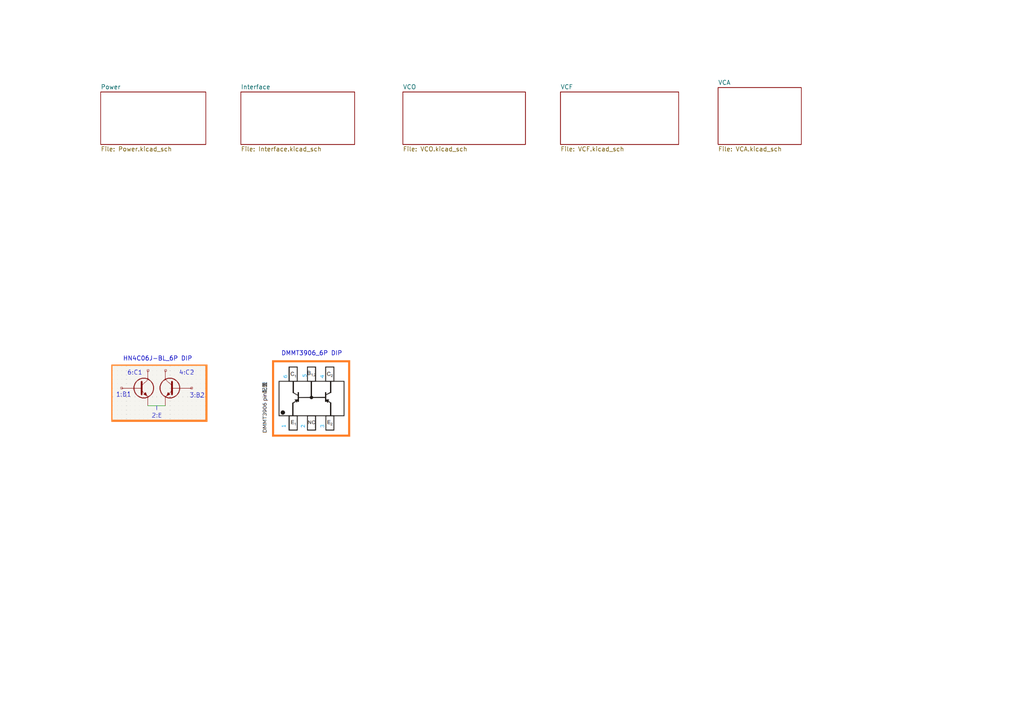
<source format=kicad_sch>
(kicad_sch
	(version 20231120)
	(generator "eeschema")
	(generator_version "8.0")
	(uuid "9f46303d-d943-4531-8552-3d499521569d")
	(paper "A4")
	(lib_symbols)
	(image
		(at 88.9 115.57)
		(scale 0.451111)
		(uuid "ae4eb0bd-c0a0-4a13-99e1-c094d409e7bd")
		(data "iVBORw0KGgoAAAANSUhEUgAAAOAAAADACAIAAACS4/iAAAAAA3NCSVQICAjb4U/gAAAACXBIWXMA"
			"AA50AAAOdAFrJLPWAAAdQElEQVR4nO2dd1xTV//HvzcgQUFBiyAVENtcihQUK9pKHgc48MZqceGk"
			"1KqJojZpraNKHY9obXEkorXBVWvVqrWi1qSte4T2ca8fWpKKUhEQWQrISu7vj0AYZhCS3NzE837l"
			"FW7uOh9OPjn37IORJAkIBF1hWFsAAqEPZFAErUEGRdAaZFAErXG04L2XB1rw5gg7Y/k9rbtRCoqg"
			"NcigCFqDDIqgNcigCFpjyUJSE3TkghGvKM0rQ6MUFEFrkEERtAYZFEFrkEERtAYZFEFrkEERtAYZ"
			"FEFrkEERtAYZFEFrKGxJooRF8+dduXTJlDucPHfBRA1TJsTk5uS0+PI+7723+uskUwQkCzccOfyL"
			"KXfYtXdf584+ptzBXNibQR9nZysUcutqePDgwaN/s1p8ua+fn4kCnuQ/MTESaqprTNRgLuzNoBou"
			"/GVcOpqXmzs2eqQZBWzYuCmsTx+jLiEGR5aWlppLwMgPoud/sdjYq/q9Z5xmS2OfBnV1dfX1NS4d"
			"auXYyrwafHx9jdXg4+t77+5d8wnwM1YAADCZzMrKSnNpMB1USELQGmRQBK1BBkXQGmRQBK1BBkXQ"
			"GmRQBK2xz2omOnD18qWS4mLAMAbT3Sewe4Cns7UV2STIoJaABIC1a7f4v+XjDGRNef6jbEbvhTu/"
			"5fZobW1lNserYdAX2VdPn7mRWaB0Y707dEgPLycKwmR0GrT+1+TujgCgzD3EG5Gw/vjYXWM7UBCy"
			"dl5kXzl79lpmYY3bm32HDO7pSUUcmAG7z4Oqnl78ZtJ/BswU/Xr17v/9uS9hwsD3V/yRq6JUg0OH"
			"N7q6g0qpojZYDar8tLVjB0Z+nHz88t//l7Z/6ZjBIxNOUhwHLcXOU1BV7i8Jc3dUx/50UhDmxgCA"
			"Z1e+Hhe3aEXvsM2cDpb9cZLPMw5vFl1ggKryye3fTnvM3DjcwyrJgSrv8CL+zuopey7MrY2DS2vH"
			"T1y88t1eySPa0z6Bsm+DKh/88v1Zl3E/zFZ/MwDQLmxW4rK2972Ulg+8uiRLnlGEAVlZlFvy7NmN"
			"q4rS3qGulg+3CcrMwz+cdhm7b2Z9HPTh/jexbaY3XTos6cW+DVqZfivDqTs3mNlgX7veMfG9KQgb"
			"69CbL1TnQUFVKF0QNXvVj1EHZ3YFAFCVyG/lenZ/y02TgFXk3Lp0q7TMAr00qu7cznAKmR7SOA4m"
			"8qiIAzNA+yTeJFTlL6rauLZ1sLYOhltQgI/qae4TAABV8Y2t8XELD/+ryQS+uLQulrvjyr9VpXkA"
			"8MK8q1oo1XFgqymRfRu0VceO7qX5+RWNdpY9yc43MaUSldRvKwBEJSB9+SRVVWnh04KCpwVPHl47"
			"JPr59mu9+70NUPmncN6Pz719sPoTlfn5TiOWff3Z9A6eHgBQYt7SSyvPju7PnzaJg/In2U/VcVCR"
			"e/PciRMyeSFNH/j2bVBmT3ZYq2snzxXUf+eqnMMLB0cslJTVfiz5+2aG0ZYQHC1Ub0gB8GNl6UcL"
			"U3eXYBcamUD16MiknsG9ugeH9R44baMieNF3iyNcAZh9P9u+dmZYw9KJg9/wuR+GMaGqqqQQANzN"
			"+50w3+nby+n6qdMN4yD38KdE5GfSsvIrSZNnb7uSff+PlZN4+x9SkDE3Gls1qBSAlwW8LFDoPc19"
			"2MyJXqe+mvdtWnYFAFTlXNzy+dq/fCbFRroAgKr42vY5kxanZhmfZlWr/3B2l8j9K8WxbcSxTAlo"
			"PIoBwL7DRx5k5z7Izs18mHn94tH103vrc56q8PLmGY+ftwYAZ0z3adpg39af+LWP4k7xPL1ywXcX"
			"H1cAQFWuLHnh+j87T5wa4Zyf7zRy8dp5H/GWzO5z/+zVCr33sQ62lDVh366RhTgCgKgEBEdLhO4V"
			"AIDfdJWMcCF0XdM6TJCy4cW8ZVPD17dp71xRVNauV2xSyue9nAEqZcnzDyi9fY30QxMqWCFe6i2i"
			"nzPszoN+xjdpqrKlX8zc5Ty7s0/WP/eeGDy9YQYDANJuFIj8ajXw3bSc3zrs8y3ryhesmNJfHQfl"
			"7d6ZvGHLvDBnByD4cQBQ9c/POy+xhvLo2M5lSwZNu1EAIV4AIDhaSA5wAL/XAICfVYbtLiFjtX0z"
			"AADg5D9y2aHh83Lk9x+Xt/J8E/d1q/2fmWz+Vnbp/qlnH1IjXws16d/Gf+s2//1Lyw499uy5NSfr"
			"IQA8NZQbFBwt5Dbek16X5YBYrU1VTl1GJO7nLMpVKB6XO3V8I0ATBwCqokubF6y80nvVxtGd6fg4"
			"tSWDNqAa/Oq+CT83gDwAnQYFAAAHV+/A7t7mVNAkxwmgrZykC9cJYgkAAHTpHeL/yGOY6JICAGDY"
			"4Ih7d+96GPpO5KGAFzuQ/WorjlJ2l4hj2xgO1MG101uhnRrtUj2WLJy7w5m3ZftQH5o6gY4/Gl1w"
			"X3q6WQt5aCu5e7ncvVweWj/ULuNYicTfyBs5dp3I/aC9kRexQjrI3ZXYBQBwBlDnKJwbbDeb8hPr"
			"Ew7llKbv/HT8xHET1px4ZqQQKqDp70Yr4lg39u7C9AEduP7Ay4JoP8goAcGtCqNtYTKsEC1PUv4I"
			"F0MJ+UswPTyYhs/SKkB+uxC7AGQLsrwa2kStvXa/5ZdTgi0ZFMBZNlIpOp+XXux850HeHXAOBqXE"
			"v5ro59XiO7qO33nUbPIojUyNR+0b2zIogJsLfwQToAZKHAEA3JhGP9fsCLVH5f7W1mFJbM2gAACO"
			"AI7GPkvtFVZIB5a1NVgUWyokIV5BkEERtAYZFEFrkEERtAYZFEFrMJI0b//YBjRZjFHvWp2/SSWb"
			"RELTw3yQeV89xaZza+O6PtRUV9fU1ABAcEh3EzX8fe9udXV1CzRUvHgBAK5t2/r7dzVFwOPs7MLC"
			"ghYI0GjAA95iMlvUhNCYr9eufzs4WPux5tmDLtVMRYWFd27fMuMN1RHdAswoo2UaSp8/N5eGFkeC"
			"PONvswgoLy8z8Q50MagaHx/fnbt/NOUOebm5FRU6+zVOnxqn3ti2c5euc7r4+5siAAAePfpXWaO9"
			"829zBLRu3drTq+VtYwBQUFBQ+vy5/nP0K3m9c+dWrUya0XfKxPF5ubmm3EGNYYPypCAmDOwxF3hA"
			"AB7wlml3aNblg4dGmRKK6RosK8CYky2kBMcDLGhQtqi2o7qMz0rhYGKSFDXoua7eY3rYCIRBtBs0"
			"TYCTEi7GSQF+rREFOFvCBU4KSLhar0AgLILuaiZC3PhzGiGW1b0jEBSh06Bskf7haAgEFeg06C6I"
			"g7phDEYMZkAgzIpOg7L4MgDIYPM07wgE9Rh4xPNl8zXv6kc+evAjqMTAIx5A3R2WFQ4Qxxap36lR"
			"hkCAnop6Fl8Ggvo5DWRydUO5EAAwoyqCEQgT0GlQXuOSkQj4DT4JLCUHgWiMdoPKheGQwZ4vDNfs"
			"CUhia7ZRXT2CMrQbVF2EV0NKuACA6ucRVkG7QRsV1QmxZtygumgfM5zFt++hhAjaoN2gOFukeYyn"
			"AJCy2gyoLCBJkXEHx4FPogQVQQU6CklpAjGpnt4KUjAOaEpIhJhFQMPSPQJhUfT0B7VMl08Ewhia"
			"1aO+SceRcF3nIRDmRnc1U6PtuIZHWXIzjG5DIJqDjkJSegKpqasPeKk8JAcxKsUjKEFHW3wKRwGQ"
			"wsGiM9jRGewUDja/8Tu1IhGvLjo7iySxRQCQkR6TkR4jDK+tum/4jkBQgM5CUtCuAMAB5g8PYAEB"
			"w6nUhEBo0JmCDj+eCgDDjycBL4nNk6NuoAiroKdHvTgcIC49OhGi4U6iujMomydVv1MpkWL8O3dS"
			"v6wtpOXo/xceZGZ+Ej+TYkktRvsjXt1BRCYXAmQAAEAMAAAIATJgvnqnbVfjz42fuWhJQufOPtYW"
			"Qil5ubkbhet/2rtHqaTjqoda0ZEHVY85ZvEBQAEgb3LQwposR+ajnBN//J64YtmxI6l//Cblzoqf"
			"NXtOmzYu1tZlcUqKi7ds3rRzx7bKigoA8O/adc4ngg9GjTZxfhsKMNCSxJNCSqIoPC294QxlBCnW"
			"eQG9wTBsaNSwAQMjvt++baNwfbJww/59exctTogePYbBsM+ZKMvLy3Zu3yb+dvOzZ88AgIUHzBV8"
			"+v6IkQ4OVl+kvFkYMGgKByMlXMCDgBVAjSAKYDKZvPjZo8fFrPtmzU9793zGn7tr546lK1b2Cguz"
			"tjQz88P3O5OF6/Pz8wGgW1DQJ4LPogiObf0Um9EW33SKETuhY8eOa5LWxcZNXbl86V9/po354P0P"
			"okctXJxgbV3mZOmSLwCge4/QTwSfDhoyFMNsrxuagR8T195nbXg7OHjfwUPfbdvh6+d3JPVwRH+7"
			"aiTrFdZ71559R45LBw+NskV3gsEUNEgu4WA8obxRImpn3ekxDBtGcCIiB+3cvjVZuKHS2nrMyM+p"
			"R23UlxoMGDQdT+RCWjp+p9Fee+xOz2QyZ8bPGT02pk9PU6cAbw4Zf98LeCvQ8HmmYevuBIMGFZN2"
			"lScziKenp4XuXFRYuOSLhZqP7w8bmrxFHDXMdqvsKEK7QUWK2ue4SKElBu3sEU8BFRUVH8dNuX7t"
			"mmZPVVVVPHf6jz8d6BtuV7les6PdoAdwtnpYXDquLfrs8RH/MgqFnFSpVCqVUqlSqVSk+oNKpVKq"
			"VNq2SfWZpGZbqSJrL8rLy23oTjVKpXIe/5OPpk1XqZSqBiEoVUpV3W2UKqUmKPVdVdrQHFCfbJXo"
			"shDaDSqTq9s2X7lHfEMGD+hn6SAeP85evXKFpUOxaXTkQVmaiW4IKUBqXVXTfAJence7WRYKUqNS"
			"qdQrJzUBwzAnJydzhaKhstJ+qiIMFJJEChDgPGF4ivojniiUy16VLOjf9x+a61Y1NTXR73NeXv3o"
			"4OEjYb37mCsUDTbdFasJBgwqwNmkJBiI2u4iw0VxOLt+HgdEM3F0dFy7QTT1w8k5jx9rds6aPdcS"
			"7rQzDDZ1pgFRXySqm5MRGdRoArt1O3Hm/L49PyrkGZ07+/j4+o4aM9baomwAAwYNB1CAfeY7T586"
			"eemvv6qrq4qLi4uKioqLCouKijLv37dciK6urjN4lPYU5s+Z9aL8RZGawsLy8vJpM2Z8vvALKjWY"
			"iAGDxkiEOFsk3NUoydRM42DTudFu3YLiuTMqKlq4mqVNcOTw4YYfmUzncPZ/rCWmZRhq6uQc4EJa"
			"On5As4fbsHLUlitEvV9/fc3adYI58QAAGAYYA0gV2OUKehgDSBKA9PDweLevjc0L80o3dUaPGv2n"
			"7OL+fXuBJIGBgYpkMpn2VEdTCwbqH97Y8eNtpZ+yBoOFJLttLCZJ8jep5NzZM46tWtVUV4OyBgAm"
			"x364Y9tWa0szG23btn3+/DnUtS3t2f1DYGC3YZzhNtSJxJY6V5uRhw8eTI2dPGvGtNycnK5d32jj"
			"UjssiTsz3rrCzIswebNm29HR8Wl+/izu9Kmxk7Memq2K19K8cgatqKgQrls7JKL/2TOnMQybwxcc"
			"//3Exk3fAsDYmPGdvL0fZOeqX9ZW2nI0/8KgIUP5n80DAAzDNn0n/vCjjxkMxtkzp4dE9E8WCW0i"
			"M/NqGfTM6VNDIwcI16+tqqrq4u//c+qxzxcscnJyGjw0asy4mI8+nm5tgeaH/+m8ceMntHNzGzJ0"
			"2H9Xrf799NmIyEGVlZXrvllDDIlMk120tkADNGt+UE1zvE23xTdsAJwc++GSpcsaDjhekbjaxcUO"
			"xx8zGIw1SesGRkSqi0c4HrBz957z585+OGnC/X/+mRQz9vdTZ94K7GZtmToxvNqxSAEcjBeUiAUl"
			"YjhbZAdDlHbu3rNqzTdNhsO7urraUNHBKBwcHIaPGNlwT/8BAzXbdHYn6DFomqB2PTkBziYlwJfJ"
			"+TI5mZDOwWx+YdmIyEHWloBoLs15xDdojifEABiAfQ5ERtAQnSkot0GTJgJhLXQaVExKDuBsnhS4"
			"XOBJQQogUgDGk6J1EBFUom8ZGpk8QxSHpadx76Rgd4AbDHck3DRCbI+t1Qi6ojcPyuLzZcMB5KAI"
			"AgBgRdtxyyeCnhgoJEmBlaFgqX0ZgOyJoBydBlUA4DxpeEpqMNROK3IAgjncaLmYsN26eoTNodOg"
			"OFskCRYQciGwomt3KTKkSRycLURjkhCUofsRnyYgZI3LQyyCEPMBQ2OSENTxanUWQdgcOg0qDAe2"
			"SCEFUNS9pABskUJoY0MGELaNzkc8XyYP4OGpGPdOeFAaQDhAcFp6AjeFkMl1XYJAmB091UwsQkwS"
			"YikoMkCeDngQsKJRKzyCYgzWgxIZQAAOASzA7XSAPILO6DMoVlcPegcAIDgtPEi4i2/TY+ERNodO"
			"g2I8qQQ4tfWgigws7gCZAGycHUDKqGxPKikuPvHH7xfOn3377ZABERE0712LMDu6U9AUDqGZxYBF"
			"QJoACJlMLsIwHknJQl4VL15s35ayZfOm0ufPAeDI4cOrE/8bPXrMosUJnby9KRCAoAPNGpNUD4tP"
			"WYfl5UsTftq7p8nO1F8O3bh+7fjvJ+1y/BDiZfR1WOZJa2tAeVKguPbzzu3bL7tTzYPMTOG6JGrl"
			"IKyGzhRUTEp4GIaHCwEgPE0gkwvV++WU1NT/Jj2u5+iF8+co0ICgA3qaOgkxKSET0smEdJlcqJkU"
			"nMWnYsIw2cULeo4q5PLLl/5HgQyE1dGXB1UAAURt5zr1otyUVYVGRAy6fvWqrqOB3YJ693mXEiEI"
			"K6MzBZUC4GxRHFukHiCPs0WpGA9nUzSQbvDQKD1Hw/9jY5NcIlqMToNyMJ485oBsFySk4zwpSIIF"
			"YjJaHnMAZ4sokBX09tuTpsRqPfTGm28KPptHgQYEHdDziE9h8UkAIMR8DoaJSRIAWHyCsjnql65Y"
			"2aWL/+bkjc+elWh2jo0Zv2DR4iaTgiDsmGbVg1qli52zszMvfvaEyVPOnDp57uyZ4JDu/QcOxPEA"
			"K0hBWA99BpXWjZLj13Wxo34mBzc3t+jRY6JHj6E8ZAQt0GlQuTD8OJtHyNSNRrVl9yS2yKITN5w5"
			"fWrgf/qacoen+fkVFRX6z2F18dFz1MfX1xQBAJCbk1NTU9Piy52dnT06djRFAEmS2Y8eNfNkrbHR"
			"ydvb0dHIVsbGPMjMNOVyDboNypfx+U1TTLEsAMCyEzeY6x/Tg373UCBAP6WlpaWlpZQFpzU2Hv37"
			"L2UC9KPToBztnUIs1ZMpctDgfQcPmX6frxJX3rp5AwC+XG7cIq2FBYWbk0UAYLqMT2bPyn/yZNz4"
			"CYHdjOt7tXL5MgAI7fnOwsVLTBGgVCqnTIgB4yNBo0GYvNmrkxnWUzS995m+UjyV/ee9OnUyS4y4"
			"u7sDgKur67QZxk0TmZuTozao6Qu4M5nOABAzYaKxrQkH9/907+7d9u3bm6hBnSi6uLgYGwkA8M1X"
			"qysrK3u+06uLv78pGswFGtWJoDX6MsK6mo1emfWOEdZHn0F3QZyOIza8wBzCttBnUGo6LiEQekB5"
			"UASt0dejHoGwOvqmAKdSBwKhFT3DjgFA+6JIpNiGJrJV5t08eyevplHzl4Nn8MCenWxs2V8TUObe"
			"OnfrSeM4YHh2HxDqTf840GlQbgrnTnh4QkKwNjPakEEr/0yeMf9Sp4DXXetX6XJ679Pwnp1aWzhk"
			"VbEsZcU1n7h4jr/aBzXy1E2n2k3iRnoyAACUT2/8uuenUzeynjt26s75+OMPgi2lpCrtWy7/sneg"
			"t0vDOPi8b6i3pePAdPQNmlOIEpM4kCicn8Bn2ZAlXwJ7bdiqX76JYFIcLFl64+jW9Zn33IN+jPV3"
			"AADlv+cPpHpHTY/0ZEBN5r65E1dnhcVOHPmeS+H1n1ePPZ3xvdJyYhgeQ1f++tVAquPAdPQNmmPx"
			"ZWIyehfEpWI89VSMCOPAWvu0/3vj0r1ZTaynyv/1q1Xp/YR7Ny2YMip61LQVWzePrzrwfVnLu0DZ"
			"LQa7VBEsPhHNl6ZgeKKAS1Ayp4jZqc6/m3beoVXtJ8yhY+C73TpSUsHG7Dl7ufPGhBX7B6RM8qvf"
			"/SLtZFrbyG393Op2tOmzVHLJYXhUxGNLKal+evfiRUZ9HHgE9g2kJg5Mw+DsdpAoUoAgVcIFYn4Q"
			"NZrMDfns8verHrSuy39hrQckHFg+2JmSsLF2gxYsPRm9ZOkv/bdr1nNVFeXlV3bq6dsw8tWLEVsM"
			"VcnlXSsaxkH/JalfDqImDkxCp0HrrJmUwE0h5EJg2e76XdhrnK+Pa8+Dqkoybj7x6oG7WS4tcfCI"
			"+nKJlFi+/FCfCbW7GG1c2mDlZaUURinDg1hz4uU8aEXOjcu3njh2Desd0MGk/skWQ9+ozjQBHiwM"
			"So0meXI+Twqal72gKrmeIpi84EiWyrLhMDpGLfnyvZurV/1eUGvJdqEhXTOvXy2oD/iZ9Ithkwoq"
			"KE0FXlz+eurMrdey759aPmHOvocWLKKZgM6fjTA8BQDggABA0PQYYWOpKVlTVlzwtP5fxRxbt3N3"
			"uLRh4UFlJ18q1ohneI1YvOT4SP6vhYHBAACOgeOmhO3d9OXBnknjurVjVGb9sSbpuGpIe6cci0kg"
			"a8qKCgrq44Dh4FSczxz+5fopYcyqoEcjd1ypnNiljcWCbzH65qinUoclIfP2T393f4MdDL+4/RdW"
			"hM/7Lrz04LTTD6nQwPAauWKR5K8FtYE5+E7esDbnk4RRYRs8vZyKcso6j1y26dOt8X9YKnxV7kFu"
			"6MGGgvym7Tm7agoToOqfw9svvRE1i54ZUn1z1FOnwoK0id52P9rwaRbAwWf2sTv1Hxneo1Jujar/"
			"6DVwwf7zs/PuZ+ZWuXR+s6sHE2CrhZS0Hv2dYrTWI6rC/4nnrbjW56u1YzvTs0ivb4ZlXYdsqqnT"
			"zChe+uHyskDsp/1kgzBcvFjBXi2TAXVKWjxtlir7eEL8dud48ZYoX3qWkMB2mzqxCxVkP0ofSgoA"
			"/EIFFCvD/ZkJIY6aKEg5lyeObYnJWowUgHOsLBwA/JmyEEf8WBm3uCbF3VE+wsUYj5adWrv48GOv"
			"0G2C2G3QKpS3acnQdpaS3HLo3tSpc6qIByVgBoO6jtv+WzNPxY+VSdxLiR7O0oelnN3Oklg3a8UJ"
			"Z3eJPFTJ8mNKbxXwsrwk7qXECLf5t8vxY0COaP6kQC5DNty8a0GZ5kFP0k6w+ISYL1WI4pKwYGvZ"
			"FD9WRnmYOiguJUZ4AQDh50Z2KcF2l1jPoxWsEC8AIPq5cHbXpt+sEGe4kQdgb7NWGcwZEyy+LJqM"
			"ThPgiZjRY1hNh+xRA8WlZI+aJi/qlTTCz40cAJzdJYbPtDBCd2srsDAGDKpenzMRS5VwQSa3RlOn"
			"n1vte5OXNWhUbPRzk4cqsQsGptmxtBL+iNfUG9RPm0UN+iawZYsUiRgvIR2XyYMIMamZBZxiyAFa"
			"8ppad1oUeWirjGONkkxWSAcJlFA/NqaxktpMWtKxMok/5VIsj76pbwBSuEJhagCZKgdoUG1PdS2T"
			"1vSS8kSUFdKBH9I0a0H08yL6UZ2IalUiHuEAQGllAjW8Ek2d5kNrdFmlCeZlJfRsCTKVV6GpE2HD"
			"GGjqVAAcV0C6HIJwGM6yk9ZPhA2hrxQvUgDOFqXj7KBELB1n42wRRWt8IBB16ExBFQACnE1KgoFI"
			"AMAB5GJpKoaz+aQNzIdTWlpKDIk06pLcnFzzahg36oNuQcZVzN27a86WnbKyMmMjAQAqKyvNqMF0"
			"dBoUZ4sk3DQgNHZkAUHIhWyMJ7WJziJ309OtLcFqGsi6ZarpEAkmgmn+maYHMO2HdO3XwvLAxh/v"
			"Ga3OeG5cv1ZYWNjiyzEMi4gcZKKGNNlFg/Pk68HDw6N7j1BTBKhUqrNnTptyh77h4a1bN+q+/OzZ"
			"s3btzNqZpHn2oG03qxYS2vMda0uAcLaVF8JjMBiRgwab955mdmezoWcvVQSiFn0pqB2Nj0PYKnpa"
			"kgAStQwos8qqc4hXFtSShKA1dj9oDmHboEISgtYggyJoDTIogtZQWFHfpOUAgWgGKAVF0BpkUASt"
			"QQZF0BpkUAStaXbfOQTCGqAUFEFrkEERtAYZFEFrkEERtOb/AfjtlZOZGjYWAAAAAElFTkSuQmCC"
		)
	)
	(image
		(at 46.228 114.046)
		(scale 0.458902)
		(uuid "c7d160d5-47ea-4a3c-86b4-7a65de19187b")
		(data "iVBORw0KGgoAAAANSUhEUgAAAOEAAACGCAIAAACkIHrPAAAAAXNSR0IArs4c6QAAAARnQU1BAACx"
			"jwv8YQUAAAAJcEhZcwAADsMAAA7DAcdvqGQAABGfSURBVHhe7Z3djxbVHcdJKBvc4F4YvcF0bW/U"
			"y0LBpBXBNpE2sKmtoLZp2mL/hvaurb1oEV8SGpuorbULvkSpWqHlTShUltcGkJeuoJiCFF1kQRbQ"
			"Xrff7Vd/z8lvZs6ceX3OLr/NJ0/mOefMnDPn93nOmWdmn5kp/33wFsOIGXPUiB1z1IidjqPDw0f+"
			"88mYB38Bf+7Bg/v37Nm1e/dOlU4arbpKLuhW1f4eA81VDZrbeEjV4iTpOKqKGka3ECeJOWpEhzhJ"
			"zFEjOsRJYo4a0SFOEnPUiA5xkpijRnSIk8QcNaJDnCRXr6MX3nv3jV/+4u8//9mau+/e+tOf4K0q"
			"0BxdrHpCIE6Sbjp6/NjolClDN964d968gypLgZIDiw/f1L8P5adN24lXVQDkbkQBOV697753t2wC"
			"WMBbVaA52q86vHMYFHR1T89O1dVuFHp7d2GbSJHcGhEnSdccxe719e1es+b0pbGLKisJugOFn3zy"
			"5Pq/nnl98/sLFx5SBQA6VKX4wRgGRbiMBbyVrKZpv2oopVKyECnPj36kuhrLS5cekSggIkXHhUDE"
			"SdJxNOQilUpx8ecmr+xh986OXODyhg0bJD0JuyPrI4t0bAo9i8+9yiJZDcNUe3Jo+9OzZ2EZouCt"
			"mytU2esqVdd4LfTYW+dU52Sti66mo/6IDA8fxSsKp6pfrk8EFBAnSXfGUemLEFBSbE7CD/fOoZGp"
			"U4uNozgifGlg4FdTppzavQMTLt6qAs3RctXoPelt/8jn72oFRtPwIBZCnCTdcZQjH0ke2TBd3oZM"
			"4piY3FVCwDeVdcuWwRXQ8heXlqtGz4h5auQr0dUCJv2ifR6IOEm64yh6qr9/b9aRjeq4rEncZezi"
			"xRL99c7m9RjMVGI7tFY1Pr0wTw76VS+V6GrCrxMl+jwEcZJ0x1H0BdSUt1lHNgQdgSMqlZikRH9d"
			"Hh2BKB+PNfLl1E9rVeNbqdsz/l4K7OqtW8aHFTeC9SJOkq6No/h8y1ssez7BN/XvQ0erxCQlHL1y"
			"8RxEwatKb4HWql4w/02eLXLJOioN6WoIOmfOgayvsLUgTpLuODqw+LA6NkfvuG9dUNh/pE/Q9Sol"
			"l08uX4AoeFXp7dBm1TgW4nTv76Xcroaac+ceWLf2jEqvF3GSdMdRHoPiIyszi9t36Aj3tBwPfeRt"
			"Erf3Q862ukAUldIa7VeNznGPTUGhrkbukiVH8KrSa0ecJN1xFEApgCkevYYFd8/Ra66yALlSnucB"
			"JAsf/Zkz9zIXTJ++M2TQFa4qRwG6y31bqKvdw4Zkbo2Ik6RrjkbC1ebohECcJB1HQy4AqBQXf260"
			"v7nLFaVbVdtv7gQbR20cjQ5xkpij5mh0iJPEHDVHo0OcJOaoORod4iQxR83R6BAniTlqjkaHOEkm"
			"m6OXR0fe2bz+xcWLHu/vhwQuD/X0rOi9ZtW824+ueQHFUJj/fIRXdwutgapluVCzJz3iJJkkjkqM"
			"l0+bpmKcCooh6oeeG8Tyvt/+Rm2tBfjxwMKbq54p2uxJL6s4SSa8o2ePHXVjLFE8+5Y+V3zl4rlU"
			"lR/v/zw2ogo3DT4Y0gDgb/bHY6Oq2SzffrPbQZwkHUdDLgCoFBd/bkPXmRA5GMawZQ0wqetSVlkX"
			"C3irypAqex3SbCykNju1x9hs7GmjzQZN7DUJqVqcJBN1HMUQIqHCQlao/KgxuIWRyW026n20r69c"
			"ja6pLTS7ZcRJMiEdRUg4DnkGklywEShyceS0O6bi9fypE6pkXbjN5tiJ2ktrCtppdvuIk2TiOXpi"
			"y0YMfhXHD2zkkWuvdVfHMkemZ+9c8PaGdZJeF1nNxvJj111Xusamm90VxEkywRxFpFfPvwNjT9bw"
			"iZi9vPQe4HqgwEYQV4xkKh1gs9j44Fe/Um+8/c0+vn7tqjtu99SYu1MNNbtbiJNkIjmKCDHSHv84"
			"qHC4UlmEgr698S8qXcDGGe+xD+v5RURIs8dbla1p7k6B2pvdRcRJMmEcRQz+tOQ7iFPWCEpW9F7D"
			"cGJBZYHDz6/2C0pQBbbwyv33eqwKJLDZgJru/90TKh34d0qosdndRZwkE8ZRjiWegYQ81NPDcGJB"
			"ZSGEOCLMFZQEVpdLoe1A01e/e1/SZs9OKepqdncRJ8nEcJQjBL695o4Qv546leHEgiRiLSaGDzAo"
			"ya/MueOfh/BmC6lNTd2pVGppdtcRJ8kEcLRQvzOWhClYHQdqJWJWwjCXKrpglYdnzJDTSbJHQMpk"
			"UbHZMSBOko6jIRcAVIqLP7fKdabc+ctdXWIJ8Baz53Nf/5onWjVWraiyLnhtcPCZuXNeWr4cy7JH"
			"QAo0VzXwF2guF6CAOEliH0cvj47wOlDgaCSxBBdHTv9hzpdTzzEFwjEJDUheq/RTtNmpHF+/duXN"
			"N+MDJnsEVJlUSjc7EsRJErujMAzd7RkSFBJLgPnu0Oo/qgJF4ZhUVPSizc7i4DO/5wGDoApkUa7Z"
			"kSBOktgdZV+Hj0YSy0JreeCYVNS2os32wAYIKjeLcs2OBHGSRO0oZ8xCc5YbzlpmuhJtKLGKB2zE"
			"3SmVm0W9bWgZcZJE7ShnzBcXL1LpHtxw1nVXOl5nD583SzTbA++wJ6hcD0WbHQ/iJIna0RIzpsQS"
			"1HVXuqLzZo0TPeDN/QSV62HiTvfiJInaUV4DLDRbSSyByioNZ1v/dUiXEs32I3sEVJaHos2OB3GS"
			"VHX0QpOPw+I1wEJTtsQSqKzScLbNvQ4plGi2H9kjoLI8FG12Lo3G2kWcJFUdRVubexwWrwGqRD8S"
			"y6Ir+sHWcq9DCmx2jfe/lT0CKssPyoc3O5dGY+0iTpKqjrqPwzq1e8dLAwOSVRoMALxRfHhU1Crh"
			"KwZSaIMN1R6+2RId6EG2huDiGJfLCHpzjz4TJ0nH0ZCLVCoFYOSno0/PnoXuwG6wX2KALax8aW78"
			"Oqq7QZfU1aVw3pO4fFX/Y9/eTZs2cQvcYNdhcJd/9pPU1EefgcodXve10H2Pr+T4f3JoO/Zh3bJl"
			"R9N+gFsIG0cV3GD4ZmsfR/H1CyMonyl14vWNSETQEXq3WI2IkyTe70zoZXYxuzsEWYWo3CoU2mBD"
			"tZMSvRG+ip+J+p2pOfDx5Y1lhl9do7KywCqMClG5penu+VEgewSwjyo3C/QbyqMPw1eJBHGSxOso"
			"eOX+e9HLe1Y+ptKzKH262w/vKbLugR+p9CxQEuVrvEWP7BEIP12AfkN59KFKjx9xkkTtaIkrJRJL"
			"oLJKU3RcLNFsP7JHQGV5qH04bw1xkkTtKA7Vi/5jhBvOWsJTog0lVvFA4wWVm0W9bWgZcZJE7Sgo"
			"+o8RbjhrmW3L/YNIjf/Poe5epnKzKNfsSBAnSTFHjx8bnT17v0pMwsdM9fbuwmvWk09ZRiUmKTpv"
			"SixBLb/pKTdjFm12Fmh/lf9xrmUmaR9xkhRwFIL29+8NecQ5y1wau3h25ELqE6QhbqCjnLPCu1ti"
			"CRDgR/v6qty6g6qVmDGLNjuVE1s2Pjxjhv1WpOOo/wIABF2y5AisynpAsrs6yshDKaHj5z43tOH/"
			"fyyDTVFc2ZS/as6bnjHJXV1iCT4eG0WA5f4fWH556T1Il8LAXzVHI8+M6Vm9ULMJyssNc9Y88gjW"
			"fW1wMOukr6fqKs0myQIDiw+7z2/msxhTJ1VemWOx5FzKLcMBbPCb3ziE4WzevIN46xYQJ0noOLpw"
			"4aGlS4/sHBqZOjV/HEWzZBmyoqHyFhTaFEDMON+FjEkSS8DzghiNnp71pbEPz8ikGTi2cTQqfcBQ"
			"qNmA1bHG86dOrLz1Vt6uouhJ34rNzoWPcOak6rql8M+ldGD1qvcAcoG7KXGSFDsePT/6kaoMYOuo"
			"0k1RZdRzVEnqprII73eJJZBTiViLoxrxjG1CUcNSKaQLBz/y7J0Lxs7+m+mFTvrW0uwQEDv1dHeF"
			"mks9h4jw54Yb9kBZSREnSTFH8RlKipV8di/eurhZQuqmPDCEuXpJLAFTEDbecUlY0XtN7oFaYHW5"
			"BG4H7eF/RgvubZvcdFkllbqanUtu7NwCw8Pn/OW3b/sAo7K8FSdJMUevXA4Syy3DoT45KQRuSggc"
			"IRgkN078hyyF/6xQofHPT2CzeapIgZYzN7lTqdTYbA933TV+EInYqXEUQ5UbZQkuR1N/rJHrHrOK"
			"k6SYoyBELJSRcR5gZ1IfdB6yKRd0/eoF8/03SeR1SOBeukTwJMzEE2xsnDdJrCvSIc1ONs91OnWn"
			"FLU32wOO05JDD6LpHvLhrcK10AXpyHVTxEnSlKOYyuUtGvHFL+yTt0LIphT4AsR4Zw1LiFDW7WSV"
			"qalbQCIjHXh7vUD8zUaitErZSTw7RRpqth9o6omgZEFoCACh1bhLYHlymhUnSVOOyjIb8cMf/FNS"
			"hBKOAsab4SwxZiCcNBVBdVfHMtMbinRWs7GMlmTZmUvTzfbj+SaE4Kq5NBnurVvenz1rvxIUiJOk"
			"gKPugYVbfep3JrziSJkfoOQHJeQYxQPi/efvfw+BwbFXibgCmgo51DMb1nz7W81F2m02DkBRL5/Z"
			"UM5O0E6zPXgiiCx3LmWK+/aF59/DEeCmjSkHAOIk6TiadVM7MrD48PXX70A1ZPr08VOvzIJ/t932"
			"xgbndxFSrLd3F8/Q8hw+/pCLTc2cuVfKgMHBT38RlUWybTJ+AH+MPeer/7Vj24t5z77xd0vRXLfZ"
			"qBeCog2qDPHfaZCfsYaaDfwFGEeA2EmisG3b3/CazGIK18XgNWPGrlRBUbU4STqOokdUaYW0LMkH"
			"75/25ALk8k+lk6x0IattMpAwVBycVJnUjbtjJ8BCluX+bimXq6rOajb/3EQ2W+xsqNkgWWDRosOQ"
			"DFM2ji9XrNiMoUdNj8jldya2mUZyLnULIxdZyalVQNXiJOk4ig+uKq3gNa4scj95/FPpJPdj7Wkb"
			"hhB3LMQCZZXfVEmlV0o9i9HfLaVz0QxpAEhtNv9Sm83yDTUbpBaAbZgDMTfK9OjmyrknGUeJKow9"
			"kizCy6oowwKoWpwkhb8zxUmqfB4Y45ND27GcNRQ1ChqMqrFgz7RNIk6SSeKoILKGPGSbonQl3rwK"
			"L7+GK9TsSY84SSabo4WgKHhV6S3Aq/BdqTp+xElyVTtKUcJ/xVYvXaw6csRJclU7CiCKSmmNLlYd"
			"OeIkMUfN0egQJ4k5ao5GhzhJzFFzNDrESdJxtMRvXFz8uQcrPEMMVKnan5srSreq9vcYaK5hoLmN"
			"h1QtThIbR20cjQ5xkpij5mh0iJPEHDVHo0OcJOaoORod4iQxR83R6BAniTlqjkaHOEnMUXM0OsRJ"
			"Yo6ao9EhThJz1ByNDnGSmKPmaHSIk6TjaMhFKpXi4s+N9lrolCemlKPnqZ5pT00b/0VOIiuXT9d9"
			"wueoXQsVrvZxtBxjV85dujL+Mw846qYbtSBOEnO0PJfGxm+r5t4Ow6gFcZKYo+Xh7SnV3TiM6oiT"
			"xBwtD29PiVeVblREnCTmaCXseLQJxElijlbCHG0CcZKYo5UwR5tAnCTmaCXM0SYQJ4k5Wgm5k5ZR"
			"I+Ik6TgacgFApbj4c6O9zlSx6h8/MKxSXKpUbdeZBBtHjegQJ4k5akSHOEnMUSM6xElijhrRIU4S"
			"c9SIDnGSmKNGdIiTxBzNYeCz57b39OzkczKzHogBkEvUcwiMQoiTxBwtDBRUKYLnuW9GOOIkMUcL"
			"43HUk2WEI06SjqMhFwBUios/d9JcZ1LPvcx6IDa4fOnC0NAOeZvEX7VdZxJsHC0AdOzr2/2684xr"
			"SJn6QGweuX504UPJMsIRJ4k5GsrWLePP54V5Kt3Fn2sEIk4SczQICDp37gF3BE0FjtpP8KojThJz"
			"NB8IOmfOAc8pJwGO2k/wqiNOEnM0B6iJEXTd2jMqPRWb62tBnCTmqA8IumTJEc8ICinVdyZZNkoj"
			"ThJz1MeC+W/yIhNJXj1KnnvKKmmEI04Sc9SIDnGSmKNGdIiTpONoyAUAleLiz52sv2dqLteuMwk2"
			"jhrRIU4Sc9SIDnGSdBw1jDgxR43YMUeN2DFHjdgxR424efCW/wFY3UDLTyu3CwAAAABJRU5ErkJg"
			"gg=="
		)
	)
	(text "HN4C06J-BL_6P DIP"
		(exclude_from_sim no)
		(at 45.72 104.14 0)
		(effects
			(font
				(size 1.27 1.27)
			)
		)
		(uuid "9fd033fc-e93c-4ef3-8deb-3f40576b1640")
	)
	(text "DMMT3906_6P DIP"
		(exclude_from_sim no)
		(at 90.424 102.616 0)
		(effects
			(font
				(size 1.27 1.27)
			)
		)
		(uuid "fd381030-0cf6-4490-9fe6-b064d4318658")
	)
	(sheet
		(at 208.28 25.4)
		(size 24.13 16.51)
		(fields_autoplaced yes)
		(stroke
			(width 0.1524)
			(type solid)
		)
		(fill
			(color 0 0 0 0.0000)
		)
		(uuid "717d04b0-0e9d-4e5b-b475-6112b9e3e9af")
		(property "Sheetname" "VCA"
			(at 208.28 24.6884 0)
			(effects
				(font
					(size 1.27 1.27)
				)
				(justify left bottom)
			)
		)
		(property "Sheetfile" "VCA.kicad_sch"
			(at 208.28 42.4946 0)
			(effects
				(font
					(size 1.27 1.27)
				)
				(justify left top)
			)
		)
		(instances
			(project "analog"
				(path "/9f46303d-d943-4531-8552-3d499521569d"
					(page "6")
				)
			)
		)
	)
	(sheet
		(at 116.84 26.67)
		(size 35.56 15.24)
		(fields_autoplaced yes)
		(stroke
			(width 0.1524)
			(type solid)
		)
		(fill
			(color 0 0 0 0.0000)
		)
		(uuid "8ce4be34-acfa-49f2-8b40-1ddc9b5f799d")
		(property "Sheetname" "VCO"
			(at 116.84 25.9584 0)
			(effects
				(font
					(size 1.27 1.27)
				)
				(justify left bottom)
			)
		)
		(property "Sheetfile" "VCO.kicad_sch"
			(at 116.84 42.4946 0)
			(effects
				(font
					(size 1.27 1.27)
				)
				(justify left top)
			)
		)
		(instances
			(project "analog"
				(path "/9f46303d-d943-4531-8552-3d499521569d"
					(page "4")
				)
			)
		)
	)
	(sheet
		(at 162.56 26.67)
		(size 34.29 15.24)
		(fields_autoplaced yes)
		(stroke
			(width 0.1524)
			(type solid)
		)
		(fill
			(color 0 0 0 0.0000)
		)
		(uuid "8e61ecd7-f3a8-4f1c-b3ef-7927cbcf8827")
		(property "Sheetname" "VCF"
			(at 162.56 25.9584 0)
			(effects
				(font
					(size 1.27 1.27)
				)
				(justify left bottom)
			)
		)
		(property "Sheetfile" "VCF.kicad_sch"
			(at 162.56 42.4946 0)
			(effects
				(font
					(size 1.27 1.27)
				)
				(justify left top)
			)
		)
		(instances
			(project "analog"
				(path "/9f46303d-d943-4531-8552-3d499521569d"
					(page "5")
				)
			)
		)
	)
	(sheet
		(at 29.21 26.67)
		(size 30.48 15.24)
		(fields_autoplaced yes)
		(stroke
			(width 0.1524)
			(type solid)
		)
		(fill
			(color 0 0 0 0.0000)
		)
		(uuid "a6402c63-8f0b-4873-afab-bdbe5c7c4a76")
		(property "Sheetname" "Power"
			(at 29.21 25.9584 0)
			(effects
				(font
					(size 1.27 1.27)
				)
				(justify left bottom)
			)
		)
		(property "Sheetfile" "Power.kicad_sch"
			(at 29.21 42.4946 0)
			(effects
				(font
					(size 1.27 1.27)
				)
				(justify left top)
			)
		)
		(instances
			(project "analog"
				(path "/9f46303d-d943-4531-8552-3d499521569d"
					(page "2")
				)
			)
		)
	)
	(sheet
		(at 69.85 26.67)
		(size 33.02 15.24)
		(fields_autoplaced yes)
		(stroke
			(width 0.1524)
			(type solid)
		)
		(fill
			(color 0 0 0 0.0000)
		)
		(uuid "addc5987-d1ba-4ae2-823d-8b32950df557")
		(property "Sheetname" "Interface"
			(at 69.85 25.9584 0)
			(effects
				(font
					(size 1.27 1.27)
				)
				(justify left bottom)
			)
		)
		(property "Sheetfile" "Interface.kicad_sch"
			(at 69.85 42.4946 0)
			(effects
				(font
					(size 1.27 1.27)
				)
				(justify left top)
			)
		)
		(instances
			(project "analog"
				(path "/9f46303d-d943-4531-8552-3d499521569d"
					(page "3")
				)
			)
		)
	)
	(sheet_instances
		(path "/"
			(page "1")
		)
	)
)

</source>
